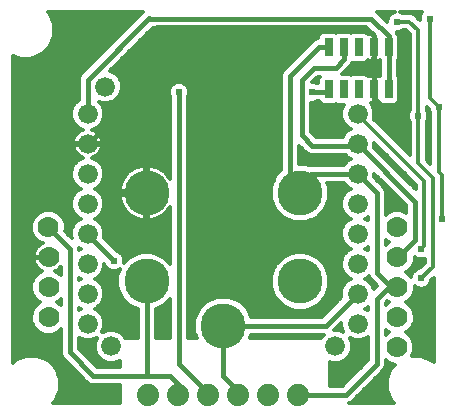
<source format=gbl>
G75*
%MOIN*%
%OFA0B0*%
%FSLAX25Y25*%
%IPPOS*%
%LPD*%
%AMOC8*
5,1,8,0,0,1.08239X$1,22.5*
%
%ADD10C,0.06600*%
%ADD11R,0.02600X0.05906*%
%ADD12C,0.07000*%
%ADD13C,0.15024*%
%ADD14C,0.07400*%
%ADD15C,0.01600*%
%ADD16C,0.01200*%
%ADD17C,0.02387*%
D10*
X0031246Y0032771D03*
X0039002Y0025222D03*
X0031246Y0042771D03*
X0031246Y0052771D03*
X0031246Y0062771D03*
X0031246Y0072771D03*
X0031246Y0082771D03*
X0031246Y0092771D03*
X0031246Y0102771D03*
X0037033Y0111836D03*
X0121246Y0102771D03*
X0121246Y0092771D03*
X0121246Y0082771D03*
X0121246Y0072771D03*
X0121246Y0062771D03*
X0121246Y0052771D03*
X0121246Y0042771D03*
X0121246Y0032771D03*
X0113805Y0025222D03*
D11*
X0111561Y0110852D03*
X0116561Y0110852D03*
X0121561Y0110852D03*
X0126561Y0110852D03*
X0131561Y0110852D03*
X0131561Y0124927D03*
X0126561Y0124927D03*
X0121561Y0124927D03*
X0116561Y0124927D03*
X0111561Y0124927D03*
D12*
X0134474Y0064868D03*
X0134474Y0054907D03*
X0134474Y0044907D03*
X0134474Y0034868D03*
X0134435Y0024868D03*
X0018175Y0034868D03*
X0018175Y0044907D03*
X0018175Y0054868D03*
X0018135Y0064907D03*
D13*
X0050813Y0076403D03*
X0050813Y0046876D03*
X0076403Y0032112D03*
X0101994Y0046876D03*
X0101994Y0076403D03*
D14*
X0101403Y0009021D03*
X0091403Y0009021D03*
X0081403Y0009021D03*
X0071403Y0009021D03*
X0061403Y0009021D03*
X0051403Y0009021D03*
D15*
X0050813Y0015380D02*
X0050813Y0046876D01*
X0039986Y0053765D02*
X0031246Y0062506D01*
X0031246Y0062771D01*
X0025222Y0057820D02*
X0018135Y0064907D01*
X0025222Y0057820D02*
X0025222Y0023254D01*
X0033096Y0015380D01*
X0050813Y0015380D01*
X0058687Y0015380D01*
X0061403Y0012663D01*
X0061403Y0009021D01*
X0071403Y0009553D02*
X0061639Y0019317D01*
X0061639Y0109868D01*
X0061764Y0109743D01*
X0050813Y0098204D02*
X0043746Y0105271D01*
X0043746Y0120990D01*
X0054277Y0131521D01*
X0123647Y0131521D01*
X0123746Y0131521D01*
X0126561Y0128706D01*
X0126561Y0124927D01*
X0126561Y0120662D01*
X0126561Y0110852D01*
X0126561Y0107939D01*
X0129553Y0104946D01*
X0131561Y0110852D02*
X0131561Y0124927D01*
X0131561Y0128529D01*
X0125616Y0134474D01*
X0051856Y0134474D01*
X0051777Y0134553D01*
X0031246Y0114021D01*
X0031246Y0102771D01*
X0030921Y0102771D01*
X0031246Y0092771D02*
X0043746Y0105271D01*
X0050813Y0098204D02*
X0050813Y0076403D01*
X0098746Y0082328D02*
X0098746Y0115271D01*
X0108401Y0124927D01*
X0111561Y0124927D01*
X0116561Y0124927D02*
X0116561Y0120861D01*
X0113844Y0118144D01*
X0106618Y0118144D01*
X0102496Y0114021D01*
X0102496Y0095586D01*
X0105931Y0092151D01*
X0120626Y0092151D01*
X0121246Y0092771D01*
X0121246Y0092584D01*
X0140380Y0073450D01*
X0140380Y0060655D01*
X0134474Y0054750D01*
X0134474Y0054907D01*
X0127584Y0049828D02*
X0127584Y0076403D01*
X0121246Y0082742D01*
X0121246Y0082771D02*
X0105685Y0082771D01*
X0101994Y0079080D01*
X0098746Y0082328D01*
X0101994Y0079080D02*
X0101994Y0076403D01*
X0121246Y0102771D02*
X0121039Y0102978D01*
X0111561Y0110852D02*
X0110576Y0109868D01*
X0105931Y0109868D01*
X0127584Y0049828D02*
X0132013Y0045399D01*
X0127584Y0040970D01*
X0127584Y0019317D01*
X0117289Y0009021D01*
X0101403Y0009021D01*
X0081403Y0009021D02*
X0081403Y0010380D01*
X0076403Y0015380D01*
X0076403Y0031694D01*
X0076821Y0032112D01*
X0076403Y0032112D01*
X0076821Y0032112D02*
X0110586Y0032112D01*
X0121246Y0042771D01*
X0132506Y0044907D02*
X0134474Y0044907D01*
D16*
X0020529Y0007196D02*
X0019533Y0006200D01*
X0041954Y0006200D01*
X0041954Y0012380D01*
X0032499Y0012380D01*
X0031397Y0012836D01*
X0023523Y0020710D01*
X0022679Y0021554D01*
X0022222Y0022657D01*
X0022222Y0030854D01*
X0021404Y0030035D01*
X0019309Y0029168D01*
X0017041Y0029168D01*
X0014946Y0030035D01*
X0013343Y0031639D01*
X0012475Y0033734D01*
X0012475Y0036002D01*
X0013343Y0038097D01*
X0014946Y0039700D01*
X0015399Y0039887D01*
X0014946Y0040075D01*
X0013343Y0041678D01*
X0012475Y0043773D01*
X0012475Y0046041D01*
X0013343Y0048136D01*
X0014946Y0049739D01*
X0016082Y0050210D01*
X0015502Y0050506D01*
X0014852Y0050978D01*
X0014285Y0051545D01*
X0013813Y0052195D01*
X0013448Y0052910D01*
X0013200Y0053673D01*
X0013075Y0054466D01*
X0013075Y0054582D01*
X0017889Y0054582D01*
X0017889Y0055154D01*
X0013075Y0055154D01*
X0013075Y0055269D01*
X0013200Y0056062D01*
X0013448Y0056825D01*
X0013813Y0057541D01*
X0014285Y0058190D01*
X0014852Y0058758D01*
X0015502Y0059230D01*
X0016150Y0059560D01*
X0014907Y0060075D01*
X0013303Y0061678D01*
X0012435Y0063773D01*
X0012435Y0066041D01*
X0013303Y0068136D01*
X0014907Y0069739D01*
X0017002Y0070607D01*
X0019269Y0070607D01*
X0021364Y0069739D01*
X0022968Y0068136D01*
X0023835Y0066041D01*
X0023835Y0063773D01*
X0023741Y0063544D01*
X0025843Y0061442D01*
X0025746Y0061677D01*
X0025746Y0063865D01*
X0026583Y0065887D01*
X0028130Y0067434D01*
X0028945Y0067771D01*
X0028130Y0068109D01*
X0026583Y0069656D01*
X0025746Y0071677D01*
X0025746Y0073865D01*
X0026583Y0075887D01*
X0028130Y0077434D01*
X0028945Y0077771D01*
X0028130Y0078109D01*
X0026583Y0079656D01*
X0025746Y0081677D01*
X0025746Y0083865D01*
X0026583Y0085887D01*
X0028130Y0087434D01*
X0029750Y0088105D01*
X0029365Y0088230D01*
X0028677Y0088580D01*
X0028054Y0089034D01*
X0027508Y0089579D01*
X0027055Y0090203D01*
X0026705Y0090890D01*
X0026466Y0091624D01*
X0026348Y0092371D01*
X0030846Y0092371D01*
X0030846Y0093171D01*
X0026348Y0093171D01*
X0026466Y0093919D01*
X0026705Y0094652D01*
X0027055Y0095339D01*
X0027508Y0095963D01*
X0028054Y0096509D01*
X0028677Y0096962D01*
X0029365Y0097312D01*
X0029750Y0097438D01*
X0028130Y0098109D01*
X0026583Y0099656D01*
X0025746Y0101677D01*
X0025746Y0103865D01*
X0026583Y0105887D01*
X0028130Y0107434D01*
X0028246Y0107482D01*
X0028246Y0114618D01*
X0028702Y0115721D01*
X0029546Y0116565D01*
X0029546Y0116565D01*
X0049234Y0136252D01*
X0049234Y0136252D01*
X0049746Y0136764D01*
X0017895Y0136764D01*
X0018579Y0136080D01*
X0020028Y0132580D01*
X0020028Y0128793D01*
X0018579Y0125293D01*
X0015901Y0122615D01*
X0012401Y0121165D01*
X0008613Y0121165D01*
X0006200Y0122165D01*
X0006200Y0019797D01*
X0007064Y0020661D01*
X0010564Y0022111D01*
X0014351Y0022111D01*
X0017851Y0020661D01*
X0020529Y0017983D01*
X0021979Y0014483D01*
X0021979Y0010695D01*
X0020529Y0007196D01*
X0020599Y0007365D02*
X0041954Y0007365D01*
X0041954Y0008563D02*
X0021096Y0008563D01*
X0021592Y0009762D02*
X0041954Y0009762D01*
X0041954Y0010960D02*
X0021979Y0010960D01*
X0021979Y0012159D02*
X0041954Y0012159D01*
X0041954Y0018380D02*
X0041954Y0020492D01*
X0040096Y0019722D01*
X0037908Y0019722D01*
X0035886Y0020559D01*
X0034339Y0022107D01*
X0033502Y0024128D01*
X0033502Y0026316D01*
X0034220Y0028050D01*
X0032340Y0027271D01*
X0030152Y0027271D01*
X0028222Y0028071D01*
X0028222Y0024496D01*
X0034339Y0018380D01*
X0041954Y0018380D01*
X0041954Y0019350D02*
X0033368Y0019350D01*
X0032170Y0020549D02*
X0035912Y0020549D01*
X0034698Y0021747D02*
X0030971Y0021747D01*
X0029773Y0022946D02*
X0033991Y0022946D01*
X0033502Y0024144D02*
X0028574Y0024144D01*
X0028222Y0025343D02*
X0033502Y0025343D01*
X0033595Y0026541D02*
X0028222Y0026541D01*
X0028222Y0027740D02*
X0029021Y0027740D01*
X0033470Y0027740D02*
X0034091Y0027740D01*
X0036027Y0029943D02*
X0036746Y0031677D01*
X0036746Y0033865D01*
X0035908Y0035887D01*
X0034361Y0037434D01*
X0033547Y0037771D01*
X0034361Y0038109D01*
X0035908Y0039656D01*
X0036746Y0041677D01*
X0036746Y0043865D01*
X0035908Y0045887D01*
X0034361Y0047434D01*
X0033547Y0047771D01*
X0034361Y0048109D01*
X0035908Y0049656D01*
X0036746Y0051677D01*
X0036746Y0052720D01*
X0037109Y0051843D01*
X0038063Y0050888D01*
X0039311Y0050372D01*
X0040661Y0050372D01*
X0041908Y0050888D01*
X0042001Y0050981D01*
X0041101Y0048807D01*
X0041101Y0044944D01*
X0042579Y0041374D01*
X0045311Y0038642D01*
X0047813Y0037606D01*
X0047813Y0028175D01*
X0043732Y0028175D01*
X0043664Y0028338D01*
X0042117Y0029885D01*
X0040096Y0030722D01*
X0037908Y0030722D01*
X0036027Y0029943D01*
X0036108Y0030137D02*
X0036494Y0030137D01*
X0036604Y0031335D02*
X0047813Y0031335D01*
X0047813Y0030137D02*
X0041509Y0030137D01*
X0043064Y0028938D02*
X0047813Y0028938D01*
X0047813Y0032534D02*
X0036746Y0032534D01*
X0036746Y0033732D02*
X0047813Y0033732D01*
X0047813Y0034931D02*
X0036304Y0034931D01*
X0035666Y0036129D02*
X0047813Y0036129D01*
X0047813Y0037328D02*
X0034467Y0037328D01*
X0034779Y0038526D02*
X0045591Y0038526D01*
X0044229Y0039725D02*
X0035937Y0039725D01*
X0036433Y0040923D02*
X0043030Y0040923D01*
X0042270Y0042122D02*
X0036746Y0042122D01*
X0036746Y0043320D02*
X0041773Y0043320D01*
X0041277Y0044519D02*
X0036475Y0044519D01*
X0035979Y0045717D02*
X0041101Y0045717D01*
X0041101Y0046916D02*
X0034879Y0046916D01*
X0034367Y0048114D02*
X0041101Y0048114D01*
X0041310Y0049313D02*
X0035565Y0049313D01*
X0036263Y0050511D02*
X0038973Y0050511D01*
X0040998Y0050511D02*
X0041807Y0050511D01*
X0043380Y0053177D02*
X0043380Y0054440D01*
X0042863Y0055688D01*
X0041908Y0056642D01*
X0040958Y0057036D01*
X0036620Y0061374D01*
X0036746Y0061677D01*
X0036746Y0063865D01*
X0035908Y0065887D01*
X0034361Y0067434D01*
X0033547Y0067771D01*
X0034361Y0068109D01*
X0035908Y0069656D01*
X0036746Y0071677D01*
X0036746Y0073865D01*
X0035908Y0075887D01*
X0034361Y0077434D01*
X0033547Y0077771D01*
X0034361Y0078109D01*
X0035908Y0079656D01*
X0036746Y0081677D01*
X0036746Y0083865D01*
X0035908Y0085887D01*
X0034361Y0087434D01*
X0032741Y0088105D01*
X0033127Y0088230D01*
X0033814Y0088580D01*
X0034438Y0089034D01*
X0034983Y0089579D01*
X0035437Y0090203D01*
X0035787Y0090890D01*
X0036025Y0091624D01*
X0036143Y0092371D01*
X0031646Y0092371D01*
X0031646Y0093171D01*
X0036143Y0093171D01*
X0036025Y0093919D01*
X0035787Y0094652D01*
X0035437Y0095339D01*
X0034983Y0095963D01*
X0034438Y0096509D01*
X0033814Y0096962D01*
X0033127Y0097312D01*
X0032741Y0097438D01*
X0034361Y0098109D01*
X0035908Y0099656D01*
X0036746Y0101677D01*
X0036746Y0103865D01*
X0035908Y0105887D01*
X0035119Y0106676D01*
X0035939Y0106336D01*
X0038127Y0106336D01*
X0040149Y0107174D01*
X0041696Y0108721D01*
X0042533Y0110742D01*
X0042533Y0112930D01*
X0041696Y0114952D01*
X0040149Y0116499D01*
X0038605Y0117138D01*
X0052941Y0131474D01*
X0124373Y0131474D01*
X0126368Y0129480D01*
X0125050Y0129480D01*
X0124643Y0129370D01*
X0124540Y0129311D01*
X0123772Y0130080D01*
X0119349Y0130080D01*
X0119061Y0129791D01*
X0118772Y0130080D01*
X0114349Y0130080D01*
X0114061Y0129791D01*
X0113772Y0130080D01*
X0109349Y0130080D01*
X0108061Y0128791D01*
X0108061Y0127927D01*
X0107804Y0127927D01*
X0106702Y0127470D01*
X0096202Y0116971D01*
X0095746Y0115868D01*
X0095746Y0083890D01*
X0093760Y0081904D01*
X0092282Y0078335D01*
X0092282Y0074471D01*
X0093760Y0070902D01*
X0096492Y0068170D01*
X0100062Y0066691D01*
X0103925Y0066691D01*
X0107495Y0068170D01*
X0110227Y0070902D01*
X0111705Y0074471D01*
X0111705Y0078335D01*
X0111111Y0079771D01*
X0116535Y0079771D01*
X0116583Y0079656D01*
X0118130Y0078109D01*
X0118945Y0077771D01*
X0118130Y0077434D01*
X0116583Y0075887D01*
X0115746Y0073865D01*
X0115746Y0071677D01*
X0116583Y0069656D01*
X0118130Y0068109D01*
X0118945Y0067771D01*
X0118130Y0067434D01*
X0116583Y0065887D01*
X0115746Y0063865D01*
X0115746Y0061677D01*
X0116583Y0059656D01*
X0118130Y0058109D01*
X0118945Y0057771D01*
X0118130Y0057434D01*
X0116583Y0055887D01*
X0115746Y0053865D01*
X0115746Y0051677D01*
X0116583Y0049656D01*
X0118130Y0048109D01*
X0118945Y0047771D01*
X0118130Y0047434D01*
X0116583Y0045887D01*
X0115746Y0043865D01*
X0115746Y0041677D01*
X0115794Y0041562D01*
X0109344Y0035112D01*
X0085672Y0035112D01*
X0084636Y0037613D01*
X0081904Y0040345D01*
X0078335Y0041824D01*
X0074471Y0041824D01*
X0070902Y0040345D01*
X0068170Y0037613D01*
X0066691Y0034044D01*
X0066691Y0030180D01*
X0067522Y0028175D01*
X0064639Y0028175D01*
X0064639Y0108242D01*
X0065033Y0109193D01*
X0065033Y0110543D01*
X0064516Y0111790D01*
X0063562Y0112745D01*
X0062314Y0113261D01*
X0060964Y0113261D01*
X0059717Y0112745D01*
X0058762Y0111790D01*
X0058246Y0110543D01*
X0058246Y0109193D01*
X0058639Y0108242D01*
X0058639Y0081070D01*
X0058405Y0081476D01*
X0057678Y0082424D01*
X0056833Y0083268D01*
X0055886Y0083996D01*
X0054851Y0084593D01*
X0053748Y0085050D01*
X0052594Y0085359D01*
X0051413Y0085515D01*
X0051413Y0077003D01*
X0050213Y0077003D01*
X0050213Y0085515D01*
X0049031Y0085359D01*
X0047877Y0085050D01*
X0046774Y0084593D01*
X0045739Y0083996D01*
X0044792Y0083268D01*
X0043947Y0082424D01*
X0043220Y0081476D01*
X0042623Y0080442D01*
X0042166Y0079338D01*
X0041857Y0078185D01*
X0041701Y0077003D01*
X0050213Y0077003D01*
X0050213Y0075803D01*
X0051413Y0075803D01*
X0051413Y0067292D01*
X0052594Y0067447D01*
X0053748Y0067756D01*
X0054851Y0068213D01*
X0055886Y0068811D01*
X0056833Y0069538D01*
X0057678Y0070382D01*
X0058405Y0071330D01*
X0058639Y0071736D01*
X0058639Y0052783D01*
X0056314Y0055109D01*
X0052744Y0056587D01*
X0048881Y0056587D01*
X0045311Y0055109D01*
X0043380Y0053177D01*
X0043380Y0054107D02*
X0044309Y0054107D01*
X0043021Y0055305D02*
X0045786Y0055305D01*
X0048679Y0056504D02*
X0042047Y0056504D01*
X0040291Y0057702D02*
X0058639Y0057702D01*
X0058639Y0056504D02*
X0052946Y0056504D01*
X0055839Y0055305D02*
X0058639Y0055305D01*
X0058639Y0054107D02*
X0057316Y0054107D01*
X0058514Y0052908D02*
X0058639Y0052908D01*
X0064639Y0052908D02*
X0094292Y0052908D01*
X0093760Y0052377D02*
X0092282Y0048807D01*
X0092282Y0044944D01*
X0093760Y0041374D01*
X0096492Y0038642D01*
X0100062Y0037164D01*
X0103925Y0037164D01*
X0107495Y0038642D01*
X0110227Y0041374D01*
X0111705Y0044944D01*
X0111705Y0048807D01*
X0110227Y0052377D01*
X0107495Y0055109D01*
X0103925Y0056587D01*
X0100062Y0056587D01*
X0096492Y0055109D01*
X0093760Y0052377D01*
X0093484Y0051710D02*
X0064639Y0051710D01*
X0064639Y0050511D02*
X0092988Y0050511D01*
X0092491Y0049313D02*
X0064639Y0049313D01*
X0064639Y0048114D02*
X0092282Y0048114D01*
X0092282Y0046916D02*
X0064639Y0046916D01*
X0064639Y0045717D02*
X0092282Y0045717D01*
X0092458Y0044519D02*
X0064639Y0044519D01*
X0064639Y0043320D02*
X0092954Y0043320D01*
X0093451Y0042122D02*
X0064639Y0042122D01*
X0064639Y0040923D02*
X0072298Y0040923D01*
X0070282Y0039725D02*
X0064639Y0039725D01*
X0064639Y0038526D02*
X0069083Y0038526D01*
X0068052Y0037328D02*
X0064639Y0037328D01*
X0064639Y0036129D02*
X0067555Y0036129D01*
X0067059Y0034931D02*
X0064639Y0034931D01*
X0064639Y0033732D02*
X0066691Y0033732D01*
X0066691Y0032534D02*
X0064639Y0032534D01*
X0064639Y0031335D02*
X0066691Y0031335D01*
X0066709Y0030137D02*
X0064639Y0030137D01*
X0064639Y0028938D02*
X0067206Y0028938D01*
X0058639Y0028938D02*
X0053813Y0028938D01*
X0053813Y0028175D02*
X0058639Y0028175D01*
X0058639Y0040968D01*
X0056314Y0038642D01*
X0053813Y0037606D01*
X0053813Y0028175D01*
X0053813Y0030137D02*
X0058639Y0030137D01*
X0058639Y0031335D02*
X0053813Y0031335D01*
X0053813Y0032534D02*
X0058639Y0032534D01*
X0058639Y0033732D02*
X0053813Y0033732D01*
X0053813Y0034931D02*
X0058639Y0034931D01*
X0058639Y0036129D02*
X0053813Y0036129D01*
X0053813Y0037328D02*
X0058639Y0037328D01*
X0058639Y0038526D02*
X0056034Y0038526D01*
X0057396Y0039725D02*
X0058639Y0039725D01*
X0058595Y0040923D02*
X0058639Y0040923D01*
X0064639Y0054107D02*
X0095490Y0054107D01*
X0096967Y0055305D02*
X0064639Y0055305D01*
X0064639Y0056504D02*
X0099860Y0056504D01*
X0104127Y0056504D02*
X0117200Y0056504D01*
X0116342Y0055305D02*
X0107020Y0055305D01*
X0108497Y0054107D02*
X0115846Y0054107D01*
X0115746Y0052908D02*
X0109695Y0052908D01*
X0110503Y0051710D02*
X0115746Y0051710D01*
X0116229Y0050511D02*
X0111000Y0050511D01*
X0111496Y0049313D02*
X0116926Y0049313D01*
X0118124Y0048114D02*
X0111705Y0048114D01*
X0111705Y0046916D02*
X0117612Y0046916D01*
X0116513Y0045717D02*
X0111705Y0045717D01*
X0111529Y0044519D02*
X0116016Y0044519D01*
X0115746Y0043320D02*
X0111033Y0043320D01*
X0110537Y0042122D02*
X0115746Y0042122D01*
X0115155Y0040923D02*
X0109776Y0040923D01*
X0108577Y0039725D02*
X0113957Y0039725D01*
X0112758Y0038526D02*
X0107215Y0038526D01*
X0104321Y0037328D02*
X0111560Y0037328D01*
X0110361Y0036129D02*
X0085251Y0036129D01*
X0084755Y0037328D02*
X0099666Y0037328D01*
X0096773Y0038526D02*
X0083723Y0038526D01*
X0082525Y0039725D02*
X0095410Y0039725D01*
X0094211Y0040923D02*
X0080509Y0040923D01*
X0085672Y0029112D02*
X0085284Y0028175D01*
X0109075Y0028175D01*
X0109142Y0028338D01*
X0109916Y0029112D01*
X0085672Y0029112D01*
X0085601Y0028938D02*
X0109743Y0028938D01*
X0113439Y0030722D02*
X0115746Y0033029D01*
X0115746Y0031677D01*
X0116399Y0030101D01*
X0114899Y0030722D01*
X0113439Y0030722D01*
X0114052Y0031335D02*
X0115887Y0031335D01*
X0115746Y0032534D02*
X0115251Y0032534D01*
X0116312Y0030137D02*
X0116384Y0030137D01*
X0118652Y0027893D02*
X0120152Y0027271D01*
X0122340Y0027271D01*
X0124361Y0028109D01*
X0124584Y0028332D01*
X0124584Y0020559D01*
X0116046Y0012021D01*
X0111836Y0012021D01*
X0111836Y0020084D01*
X0112711Y0019722D01*
X0114899Y0019722D01*
X0116920Y0020559D01*
X0118467Y0022107D01*
X0119305Y0024128D01*
X0119305Y0026316D01*
X0118652Y0027893D01*
X0118715Y0027740D02*
X0119021Y0027740D01*
X0119211Y0026541D02*
X0124584Y0026541D01*
X0124584Y0025343D02*
X0119305Y0025343D01*
X0119305Y0024144D02*
X0124584Y0024144D01*
X0124584Y0022946D02*
X0118815Y0022946D01*
X0118108Y0021747D02*
X0124584Y0021747D01*
X0124574Y0020549D02*
X0116894Y0020549D01*
X0111836Y0019350D02*
X0123375Y0019350D01*
X0122177Y0018152D02*
X0111836Y0018152D01*
X0111836Y0016953D02*
X0120978Y0016953D01*
X0119780Y0015755D02*
X0111836Y0015755D01*
X0111836Y0014556D02*
X0118581Y0014556D01*
X0117383Y0013358D02*
X0111836Y0013358D01*
X0111836Y0012159D02*
X0116184Y0012159D01*
X0121074Y0008563D02*
X0131772Y0008563D01*
X0132269Y0007365D02*
X0119875Y0007365D01*
X0119832Y0007322D02*
X0129284Y0016773D01*
X0130128Y0017617D01*
X0130584Y0018720D01*
X0130584Y0020657D01*
X0131206Y0020035D01*
X0133301Y0019168D01*
X0133524Y0019168D01*
X0132339Y0017983D01*
X0130889Y0014483D01*
X0130889Y0010695D01*
X0132339Y0007196D01*
X0133335Y0006200D01*
X0118317Y0006200D01*
X0118988Y0006478D01*
X0119832Y0007322D01*
X0122272Y0009762D02*
X0131276Y0009762D01*
X0130889Y0010960D02*
X0123471Y0010960D01*
X0124669Y0012159D02*
X0130889Y0012159D01*
X0130889Y0013358D02*
X0125868Y0013358D01*
X0127066Y0014556D02*
X0130919Y0014556D01*
X0131416Y0015755D02*
X0128265Y0015755D01*
X0129463Y0016953D02*
X0131912Y0016953D01*
X0132507Y0018152D02*
X0130349Y0018152D01*
X0130584Y0019350D02*
X0132861Y0019350D01*
X0130693Y0020549D02*
X0130584Y0020549D01*
X0124584Y0027740D02*
X0123470Y0027740D01*
X0130584Y0029078D02*
X0130584Y0030696D01*
X0131245Y0030035D01*
X0131631Y0029876D01*
X0131206Y0029700D01*
X0130584Y0029078D01*
X0130584Y0030137D02*
X0131144Y0030137D01*
X0137278Y0029860D02*
X0137703Y0030035D01*
X0139306Y0031639D01*
X0140174Y0033734D01*
X0140174Y0036002D01*
X0139306Y0038097D01*
X0137703Y0039700D01*
X0137250Y0039887D01*
X0137703Y0040075D01*
X0139306Y0041678D01*
X0140174Y0043773D01*
X0140174Y0045234D01*
X0140426Y0044983D01*
X0141673Y0044466D01*
X0143023Y0044466D01*
X0144270Y0044983D01*
X0145225Y0045937D01*
X0145742Y0047185D01*
X0145742Y0047294D01*
X0146606Y0048158D01*
X0146606Y0019858D01*
X0145804Y0020661D01*
X0142304Y0022111D01*
X0139462Y0022111D01*
X0140135Y0023734D01*
X0140135Y0026002D01*
X0139267Y0028097D01*
X0137663Y0029700D01*
X0137278Y0029860D01*
X0137804Y0030137D02*
X0146606Y0030137D01*
X0146606Y0031335D02*
X0139002Y0031335D01*
X0139677Y0032534D02*
X0146606Y0032534D01*
X0146606Y0033732D02*
X0140173Y0033732D01*
X0140174Y0034931D02*
X0146606Y0034931D01*
X0146606Y0036129D02*
X0140121Y0036129D01*
X0139625Y0037328D02*
X0146606Y0037328D01*
X0146606Y0038526D02*
X0138877Y0038526D01*
X0137643Y0039725D02*
X0146606Y0039725D01*
X0146606Y0040923D02*
X0138551Y0040923D01*
X0139490Y0042122D02*
X0146606Y0042122D01*
X0146606Y0043320D02*
X0139986Y0043320D01*
X0140174Y0044519D02*
X0141546Y0044519D01*
X0143150Y0044519D02*
X0146606Y0044519D01*
X0146606Y0045717D02*
X0145005Y0045717D01*
X0145630Y0046916D02*
X0146606Y0046916D01*
X0146562Y0048114D02*
X0146606Y0048114D01*
X0146285Y0051797D02*
X0142348Y0047860D01*
X0139277Y0049313D02*
X0138129Y0049313D01*
X0137703Y0049739D02*
X0137298Y0049907D01*
X0137703Y0050075D01*
X0139306Y0051678D01*
X0140174Y0053773D01*
X0140174Y0055077D01*
X0140426Y0054825D01*
X0141673Y0054309D01*
X0143023Y0054309D01*
X0143485Y0054500D01*
X0143485Y0052957D01*
X0141782Y0051254D01*
X0141673Y0051254D01*
X0140426Y0050737D01*
X0139471Y0049782D01*
X0138954Y0048535D01*
X0138954Y0048488D01*
X0137703Y0049739D01*
X0138139Y0050511D02*
X0140200Y0050511D01*
X0139319Y0051710D02*
X0142238Y0051710D01*
X0143437Y0052908D02*
X0139816Y0052908D01*
X0140174Y0054107D02*
X0143485Y0054107D01*
X0146285Y0051797D02*
X0146285Y0081324D01*
X0141364Y0086246D01*
X0141364Y0101994D01*
X0141364Y0130537D01*
X0138411Y0133490D01*
X0134474Y0133490D01*
X0134159Y0130096D02*
X0135149Y0130096D01*
X0136396Y0130613D01*
X0136473Y0130690D01*
X0137251Y0130690D01*
X0138564Y0129377D01*
X0138564Y0103993D01*
X0138487Y0103916D01*
X0137970Y0102669D01*
X0137970Y0101319D01*
X0138487Y0100071D01*
X0138564Y0099994D01*
X0138564Y0089068D01*
X0126514Y0101118D01*
X0126746Y0101677D01*
X0126746Y0103865D01*
X0125908Y0105887D01*
X0125496Y0106299D01*
X0126511Y0106299D01*
X0126511Y0110802D01*
X0126611Y0110802D01*
X0126611Y0106299D01*
X0128071Y0106299D01*
X0128478Y0106408D01*
X0128581Y0106468D01*
X0129349Y0105699D01*
X0133772Y0105699D01*
X0135061Y0106988D01*
X0135061Y0114716D01*
X0134561Y0115216D01*
X0134561Y0120563D01*
X0135061Y0121063D01*
X0135061Y0128791D01*
X0134444Y0129407D01*
X0134159Y0130096D01*
X0134359Y0129613D02*
X0138328Y0129613D01*
X0138564Y0128415D02*
X0135061Y0128415D01*
X0135061Y0127216D02*
X0138564Y0127216D01*
X0138564Y0126018D02*
X0135061Y0126018D01*
X0135061Y0124819D02*
X0138564Y0124819D01*
X0138564Y0123621D02*
X0135061Y0123621D01*
X0135061Y0122422D02*
X0138564Y0122422D01*
X0138564Y0121224D02*
X0135061Y0121224D01*
X0134561Y0120025D02*
X0138564Y0120025D01*
X0138564Y0118827D02*
X0134561Y0118827D01*
X0134561Y0117628D02*
X0138564Y0117628D01*
X0138564Y0116429D02*
X0134561Y0116429D01*
X0134561Y0115231D02*
X0138564Y0115231D01*
X0138564Y0114032D02*
X0135061Y0114032D01*
X0135061Y0112834D02*
X0138564Y0112834D01*
X0138564Y0111635D02*
X0135061Y0111635D01*
X0135061Y0110437D02*
X0138564Y0110437D01*
X0138564Y0109238D02*
X0135061Y0109238D01*
X0135061Y0108040D02*
X0138564Y0108040D01*
X0138564Y0106841D02*
X0134914Y0106841D01*
X0138564Y0105643D02*
X0126009Y0105643D01*
X0126506Y0104444D02*
X0138564Y0104444D01*
X0138209Y0103246D02*
X0126746Y0103246D01*
X0126746Y0102047D02*
X0137970Y0102047D01*
X0138165Y0100849D02*
X0126783Y0100849D01*
X0127982Y0099650D02*
X0138564Y0099650D01*
X0138564Y0098452D02*
X0129180Y0098452D01*
X0130379Y0097253D02*
X0138564Y0097253D01*
X0138564Y0096055D02*
X0131577Y0096055D01*
X0132776Y0094856D02*
X0138564Y0094856D01*
X0138564Y0093658D02*
X0133974Y0093658D01*
X0135173Y0092459D02*
X0138564Y0092459D01*
X0138564Y0091261D02*
X0136371Y0091261D01*
X0137570Y0090062D02*
X0138564Y0090062D01*
X0133246Y0086467D02*
X0131606Y0086467D01*
X0132047Y0087665D02*
X0130407Y0087665D01*
X0130849Y0088864D02*
X0129209Y0088864D01*
X0129650Y0090062D02*
X0128010Y0090062D01*
X0128452Y0091261D02*
X0126812Y0091261D01*
X0126643Y0091430D02*
X0126746Y0091677D01*
X0126746Y0092967D01*
X0140532Y0079180D01*
X0140532Y0077540D01*
X0126643Y0091430D01*
X0126746Y0092459D02*
X0127253Y0092459D01*
X0132804Y0085268D02*
X0134444Y0085268D01*
X0134003Y0084070D02*
X0135643Y0084070D01*
X0135201Y0082871D02*
X0136841Y0082871D01*
X0136400Y0081673D02*
X0138040Y0081673D01*
X0137598Y0080474D02*
X0139239Y0080474D01*
X0138797Y0079276D02*
X0140437Y0079276D01*
X0140532Y0078077D02*
X0139995Y0078077D01*
X0143332Y0080340D02*
X0143332Y0058687D01*
X0142348Y0057702D01*
X0149238Y0067545D02*
X0149238Y0082309D01*
X0148254Y0083293D01*
X0148254Y0104946D01*
X0145313Y0107887D01*
X0145313Y0134486D01*
X0142791Y0136764D02*
X0142435Y0136408D01*
X0141919Y0135161D01*
X0141919Y0133942D01*
X0139997Y0135863D01*
X0138968Y0136290D01*
X0136473Y0136290D01*
X0136396Y0136367D01*
X0135438Y0136764D01*
X0142791Y0136764D01*
X0142103Y0135606D02*
X0140255Y0135606D01*
X0141453Y0134407D02*
X0141919Y0134407D01*
X0133510Y0136764D02*
X0132552Y0136367D01*
X0131597Y0135412D01*
X0131080Y0134165D01*
X0131080Y0133252D01*
X0128159Y0136173D01*
X0127569Y0136764D01*
X0133510Y0136764D01*
X0131791Y0135606D02*
X0128727Y0135606D01*
X0129925Y0134407D02*
X0131181Y0134407D01*
X0125035Y0130812D02*
X0052279Y0130812D01*
X0051080Y0129613D02*
X0108883Y0129613D01*
X0108061Y0128415D02*
X0049882Y0128415D01*
X0048683Y0127216D02*
X0106448Y0127216D01*
X0105249Y0126018D02*
X0047485Y0126018D01*
X0046286Y0124819D02*
X0104051Y0124819D01*
X0102852Y0123621D02*
X0045088Y0123621D01*
X0043889Y0122422D02*
X0101654Y0122422D01*
X0100455Y0121224D02*
X0042691Y0121224D01*
X0041492Y0120025D02*
X0099257Y0120025D01*
X0098058Y0118827D02*
X0040294Y0118827D01*
X0039095Y0117628D02*
X0096860Y0117628D01*
X0095978Y0116429D02*
X0040218Y0116429D01*
X0041416Y0115231D02*
X0095746Y0115231D01*
X0095746Y0114032D02*
X0042077Y0114032D01*
X0042533Y0112834D02*
X0059932Y0112834D01*
X0058698Y0111635D02*
X0042533Y0111635D01*
X0042407Y0110437D02*
X0058246Y0110437D01*
X0058246Y0109238D02*
X0041910Y0109238D01*
X0041015Y0108040D02*
X0058639Y0108040D01*
X0058639Y0106841D02*
X0039347Y0106841D01*
X0036009Y0105643D02*
X0058639Y0105643D01*
X0058639Y0104444D02*
X0036506Y0104444D01*
X0036746Y0103246D02*
X0058639Y0103246D01*
X0058639Y0102047D02*
X0036746Y0102047D01*
X0036403Y0100849D02*
X0058639Y0100849D01*
X0058639Y0099650D02*
X0035903Y0099650D01*
X0034704Y0098452D02*
X0058639Y0098452D01*
X0058639Y0097253D02*
X0033242Y0097253D01*
X0034892Y0096055D02*
X0058639Y0096055D01*
X0058639Y0094856D02*
X0035683Y0094856D01*
X0036066Y0093658D02*
X0058639Y0093658D01*
X0058639Y0092459D02*
X0031646Y0092459D01*
X0030846Y0092459D02*
X0006200Y0092459D01*
X0006200Y0091261D02*
X0026584Y0091261D01*
X0027157Y0090062D02*
X0006200Y0090062D01*
X0006200Y0088864D02*
X0028288Y0088864D01*
X0028689Y0087665D02*
X0006200Y0087665D01*
X0006200Y0086467D02*
X0027163Y0086467D01*
X0026327Y0085268D02*
X0006200Y0085268D01*
X0006200Y0084070D02*
X0025830Y0084070D01*
X0025746Y0082871D02*
X0006200Y0082871D01*
X0006200Y0081673D02*
X0025748Y0081673D01*
X0026244Y0080474D02*
X0006200Y0080474D01*
X0006200Y0079276D02*
X0026963Y0079276D01*
X0028206Y0078077D02*
X0006200Y0078077D01*
X0006200Y0076879D02*
X0027575Y0076879D01*
X0026497Y0075680D02*
X0006200Y0075680D01*
X0006200Y0074482D02*
X0026001Y0074482D01*
X0025746Y0073283D02*
X0006200Y0073283D01*
X0006200Y0072085D02*
X0025746Y0072085D01*
X0026073Y0070886D02*
X0006200Y0070886D01*
X0006200Y0069688D02*
X0014855Y0069688D01*
X0013656Y0068489D02*
X0006200Y0068489D01*
X0006200Y0067291D02*
X0012953Y0067291D01*
X0012457Y0066092D02*
X0006200Y0066092D01*
X0006200Y0064893D02*
X0012435Y0064893D01*
X0012468Y0063695D02*
X0006200Y0063695D01*
X0006200Y0062496D02*
X0012964Y0062496D01*
X0013684Y0061298D02*
X0006200Y0061298D01*
X0006200Y0060099D02*
X0014882Y0060099D01*
X0015049Y0058901D02*
X0006200Y0058901D01*
X0006200Y0057702D02*
X0013930Y0057702D01*
X0013344Y0056504D02*
X0006200Y0056504D01*
X0006200Y0055305D02*
X0013081Y0055305D01*
X0013132Y0054107D02*
X0006200Y0054107D01*
X0006200Y0052908D02*
X0013449Y0052908D01*
X0014165Y0051710D02*
X0006200Y0051710D01*
X0006200Y0050511D02*
X0015494Y0050511D01*
X0014520Y0049313D02*
X0006200Y0049313D01*
X0006200Y0048114D02*
X0013334Y0048114D01*
X0012837Y0046916D02*
X0006200Y0046916D01*
X0006200Y0045717D02*
X0012475Y0045717D01*
X0012475Y0044519D02*
X0006200Y0044519D01*
X0006200Y0043320D02*
X0012662Y0043320D01*
X0013159Y0042122D02*
X0006200Y0042122D01*
X0006200Y0040923D02*
X0014098Y0040923D01*
X0015006Y0039725D02*
X0006200Y0039725D01*
X0006200Y0038526D02*
X0013772Y0038526D01*
X0013024Y0037328D02*
X0006200Y0037328D01*
X0006200Y0036129D02*
X0012528Y0036129D01*
X0012475Y0034931D02*
X0006200Y0034931D01*
X0006200Y0033732D02*
X0012476Y0033732D01*
X0012972Y0032534D02*
X0006200Y0032534D01*
X0006200Y0031335D02*
X0013646Y0031335D01*
X0014845Y0030137D02*
X0006200Y0030137D01*
X0006200Y0028938D02*
X0022222Y0028938D01*
X0022222Y0027740D02*
X0006200Y0027740D01*
X0006200Y0026541D02*
X0022222Y0026541D01*
X0022222Y0025343D02*
X0006200Y0025343D01*
X0006200Y0024144D02*
X0022222Y0024144D01*
X0022222Y0022946D02*
X0006200Y0022946D01*
X0006200Y0021747D02*
X0009686Y0021747D01*
X0006952Y0020549D02*
X0006200Y0020549D01*
X0015229Y0021747D02*
X0022599Y0021747D01*
X0023684Y0020549D02*
X0017963Y0020549D01*
X0019162Y0019350D02*
X0024883Y0019350D01*
X0026081Y0018152D02*
X0020360Y0018152D01*
X0020956Y0016953D02*
X0027280Y0016953D01*
X0028478Y0015755D02*
X0021452Y0015755D01*
X0021949Y0014556D02*
X0029677Y0014556D01*
X0030875Y0013358D02*
X0021979Y0013358D01*
X0022222Y0030137D02*
X0021505Y0030137D01*
X0028222Y0037472D02*
X0028222Y0038071D01*
X0028945Y0037771D01*
X0028222Y0037472D01*
X0022222Y0038881D02*
X0021404Y0039700D01*
X0020951Y0039887D01*
X0021404Y0040075D01*
X0022222Y0040893D01*
X0022222Y0038881D01*
X0022222Y0039725D02*
X0021344Y0039725D01*
X0028222Y0047472D02*
X0028222Y0048071D01*
X0028945Y0047771D01*
X0028222Y0047472D01*
X0022222Y0048921D02*
X0022222Y0051762D01*
X0022065Y0051545D01*
X0021497Y0050978D01*
X0020848Y0050506D01*
X0020267Y0050210D01*
X0021404Y0049739D01*
X0022222Y0048921D01*
X0022222Y0049313D02*
X0021830Y0049313D01*
X0022222Y0050511D02*
X0020855Y0050511D01*
X0022184Y0051710D02*
X0022222Y0051710D01*
X0028222Y0057472D02*
X0028222Y0058071D01*
X0028945Y0057771D01*
X0028222Y0057472D01*
X0028222Y0057702D02*
X0028778Y0057702D01*
X0025746Y0062496D02*
X0024789Y0062496D01*
X0025746Y0063695D02*
X0023803Y0063695D01*
X0023835Y0064893D02*
X0026172Y0064893D01*
X0026788Y0066092D02*
X0023814Y0066092D01*
X0023318Y0067291D02*
X0027987Y0067291D01*
X0027750Y0068489D02*
X0022615Y0068489D01*
X0021416Y0069688D02*
X0026570Y0069688D01*
X0034742Y0068489D02*
X0046297Y0068489D01*
X0046774Y0068213D02*
X0047877Y0067756D01*
X0049031Y0067447D01*
X0050213Y0067292D01*
X0050213Y0075803D01*
X0041701Y0075803D01*
X0041857Y0074622D01*
X0042166Y0073468D01*
X0042623Y0072364D01*
X0043220Y0071330D01*
X0043947Y0070382D01*
X0044792Y0069538D01*
X0045739Y0068811D01*
X0046774Y0068213D01*
X0044642Y0069688D02*
X0035921Y0069688D01*
X0036418Y0070886D02*
X0043561Y0070886D01*
X0042785Y0072085D02*
X0036746Y0072085D01*
X0036746Y0073283D02*
X0042242Y0073283D01*
X0041894Y0074482D02*
X0036490Y0074482D01*
X0035994Y0075680D02*
X0041717Y0075680D01*
X0041843Y0078077D02*
X0034285Y0078077D01*
X0034916Y0076879D02*
X0050213Y0076879D01*
X0050213Y0078077D02*
X0051413Y0078077D01*
X0051413Y0079276D02*
X0050213Y0079276D01*
X0050213Y0080474D02*
X0051413Y0080474D01*
X0051413Y0081673D02*
X0050213Y0081673D01*
X0050213Y0082871D02*
X0051413Y0082871D01*
X0051413Y0084070D02*
X0050213Y0084070D01*
X0050213Y0085268D02*
X0051413Y0085268D01*
X0052933Y0085268D02*
X0058639Y0085268D01*
X0058639Y0084070D02*
X0055757Y0084070D01*
X0057231Y0082871D02*
X0058639Y0082871D01*
X0058639Y0081673D02*
X0058254Y0081673D01*
X0058639Y0086467D02*
X0035328Y0086467D01*
X0036165Y0085268D02*
X0048692Y0085268D01*
X0045868Y0084070D02*
X0036661Y0084070D01*
X0036746Y0082871D02*
X0044395Y0082871D01*
X0043371Y0081673D02*
X0036744Y0081673D01*
X0036247Y0080474D02*
X0042642Y0080474D01*
X0042149Y0079276D02*
X0035528Y0079276D01*
X0033803Y0087665D02*
X0058639Y0087665D01*
X0058639Y0088864D02*
X0034204Y0088864D01*
X0035334Y0090062D02*
X0058639Y0090062D01*
X0058639Y0091261D02*
X0035907Y0091261D01*
X0029249Y0097253D02*
X0006200Y0097253D01*
X0006200Y0096055D02*
X0027600Y0096055D01*
X0026809Y0094856D02*
X0006200Y0094856D01*
X0006200Y0093658D02*
X0026425Y0093658D01*
X0027787Y0098452D02*
X0006200Y0098452D01*
X0006200Y0099650D02*
X0026588Y0099650D01*
X0026089Y0100849D02*
X0006200Y0100849D01*
X0006200Y0102047D02*
X0025746Y0102047D01*
X0025746Y0103246D02*
X0006200Y0103246D01*
X0006200Y0104444D02*
X0025986Y0104444D01*
X0026482Y0105643D02*
X0006200Y0105643D01*
X0006200Y0106841D02*
X0027538Y0106841D01*
X0028246Y0108040D02*
X0006200Y0108040D01*
X0006200Y0109238D02*
X0028246Y0109238D01*
X0028246Y0110437D02*
X0006200Y0110437D01*
X0006200Y0111635D02*
X0028246Y0111635D01*
X0028246Y0112834D02*
X0006200Y0112834D01*
X0006200Y0114032D02*
X0028246Y0114032D01*
X0028500Y0115231D02*
X0006200Y0115231D01*
X0006200Y0116429D02*
X0029411Y0116429D01*
X0030610Y0117628D02*
X0006200Y0117628D01*
X0006200Y0118827D02*
X0031808Y0118827D01*
X0033007Y0120025D02*
X0006200Y0120025D01*
X0006200Y0121224D02*
X0008472Y0121224D01*
X0012542Y0121224D02*
X0034205Y0121224D01*
X0035404Y0122422D02*
X0015435Y0122422D01*
X0016906Y0123621D02*
X0036602Y0123621D01*
X0037801Y0124819D02*
X0018105Y0124819D01*
X0018879Y0126018D02*
X0038999Y0126018D01*
X0040198Y0127216D02*
X0019375Y0127216D01*
X0019872Y0128415D02*
X0041396Y0128415D01*
X0042595Y0129613D02*
X0020028Y0129613D01*
X0020028Y0130812D02*
X0043793Y0130812D01*
X0044992Y0132010D02*
X0020028Y0132010D01*
X0019768Y0133209D02*
X0046190Y0133209D01*
X0047389Y0134407D02*
X0019272Y0134407D01*
X0018775Y0135606D02*
X0048587Y0135606D01*
X0063346Y0112834D02*
X0095746Y0112834D01*
X0095746Y0111635D02*
X0064580Y0111635D01*
X0065033Y0110437D02*
X0095746Y0110437D01*
X0095746Y0109238D02*
X0065033Y0109238D01*
X0064639Y0108040D02*
X0095746Y0108040D01*
X0095746Y0106841D02*
X0064639Y0106841D01*
X0064639Y0105643D02*
X0095746Y0105643D01*
X0095746Y0104444D02*
X0064639Y0104444D01*
X0064639Y0103246D02*
X0095746Y0103246D01*
X0095746Y0102047D02*
X0064639Y0102047D01*
X0064639Y0100849D02*
X0095746Y0100849D01*
X0095746Y0099650D02*
X0064639Y0099650D01*
X0064639Y0098452D02*
X0095746Y0098452D01*
X0095746Y0097253D02*
X0064639Y0097253D01*
X0064639Y0096055D02*
X0095746Y0096055D01*
X0095746Y0094856D02*
X0064639Y0094856D01*
X0064639Y0093658D02*
X0095746Y0093658D01*
X0095746Y0092459D02*
X0064639Y0092459D01*
X0064639Y0091261D02*
X0095746Y0091261D01*
X0095746Y0090062D02*
X0064639Y0090062D01*
X0064639Y0088864D02*
X0095746Y0088864D01*
X0095746Y0087665D02*
X0064639Y0087665D01*
X0064639Y0086467D02*
X0095746Y0086467D01*
X0095746Y0085268D02*
X0064639Y0085268D01*
X0064639Y0084070D02*
X0095746Y0084070D01*
X0094727Y0082871D02*
X0064639Y0082871D01*
X0064639Y0081673D02*
X0093664Y0081673D01*
X0093168Y0080474D02*
X0064639Y0080474D01*
X0064639Y0079276D02*
X0092672Y0079276D01*
X0092282Y0078077D02*
X0064639Y0078077D01*
X0064639Y0076879D02*
X0092282Y0076879D01*
X0092282Y0075680D02*
X0064639Y0075680D01*
X0064639Y0074482D02*
X0092282Y0074482D01*
X0092774Y0073283D02*
X0064639Y0073283D01*
X0064639Y0072085D02*
X0093271Y0072085D01*
X0093776Y0070886D02*
X0064639Y0070886D01*
X0064639Y0069688D02*
X0094975Y0069688D01*
X0096173Y0068489D02*
X0064639Y0068489D01*
X0064639Y0067291D02*
X0098615Y0067291D01*
X0105372Y0067291D02*
X0117987Y0067291D01*
X0117750Y0068489D02*
X0107814Y0068489D01*
X0109013Y0069688D02*
X0116570Y0069688D01*
X0116073Y0070886D02*
X0110211Y0070886D01*
X0110717Y0072085D02*
X0115746Y0072085D01*
X0115746Y0073283D02*
X0111213Y0073283D01*
X0111705Y0074482D02*
X0116001Y0074482D01*
X0116497Y0075680D02*
X0111705Y0075680D01*
X0111705Y0076879D02*
X0117575Y0076879D01*
X0118206Y0078077D02*
X0111705Y0078077D01*
X0111316Y0079276D02*
X0116963Y0079276D01*
X0121246Y0082742D02*
X0121246Y0082771D01*
X0117163Y0086467D02*
X0101746Y0086467D01*
X0101746Y0086115D02*
X0101746Y0092094D01*
X0103387Y0090452D01*
X0104231Y0089608D01*
X0105334Y0089151D01*
X0117088Y0089151D01*
X0118130Y0088109D01*
X0118945Y0087771D01*
X0118130Y0087434D01*
X0116583Y0085887D01*
X0116535Y0085771D01*
X0105088Y0085771D01*
X0104922Y0085702D01*
X0103925Y0086115D01*
X0101746Y0086115D01*
X0101746Y0087665D02*
X0118689Y0087665D01*
X0117375Y0088864D02*
X0101746Y0088864D01*
X0101746Y0090062D02*
X0103777Y0090062D01*
X0102578Y0091261D02*
X0101746Y0091261D01*
X0107173Y0095151D02*
X0105496Y0096829D01*
X0105496Y0106474D01*
X0106606Y0106474D01*
X0107556Y0106868D01*
X0108181Y0106868D01*
X0109349Y0105699D01*
X0113772Y0105699D01*
X0114061Y0105988D01*
X0114349Y0105699D01*
X0116505Y0105699D01*
X0115746Y0103865D01*
X0115746Y0101677D01*
X0116583Y0099656D01*
X0118130Y0098109D01*
X0118945Y0097771D01*
X0118130Y0097434D01*
X0116583Y0095887D01*
X0116278Y0095151D01*
X0107173Y0095151D01*
X0106270Y0096055D02*
X0116751Y0096055D01*
X0117950Y0097253D02*
X0105496Y0097253D01*
X0105496Y0098452D02*
X0117787Y0098452D01*
X0116588Y0099650D02*
X0105496Y0099650D01*
X0105496Y0100849D02*
X0116089Y0100849D01*
X0115746Y0102047D02*
X0105496Y0102047D01*
X0105496Y0103246D02*
X0115746Y0103246D01*
X0115986Y0104444D02*
X0105496Y0104444D01*
X0105496Y0105643D02*
X0116482Y0105643D01*
X0121246Y0102771D02*
X0121246Y0102427D01*
X0143332Y0080340D01*
X0145454Y0086116D02*
X0144164Y0087405D01*
X0144164Y0099994D01*
X0144241Y0100071D01*
X0144757Y0101319D01*
X0144757Y0102669D01*
X0144241Y0103916D01*
X0144164Y0103993D01*
X0144164Y0105076D01*
X0144860Y0104380D01*
X0144860Y0104271D01*
X0145377Y0103024D01*
X0145454Y0102947D01*
X0145454Y0086116D01*
X0145454Y0086467D02*
X0145103Y0086467D01*
X0145454Y0087665D02*
X0144164Y0087665D01*
X0144164Y0088864D02*
X0145454Y0088864D01*
X0145454Y0090062D02*
X0144164Y0090062D01*
X0144164Y0091261D02*
X0145454Y0091261D01*
X0145454Y0092459D02*
X0144164Y0092459D01*
X0144164Y0093658D02*
X0145454Y0093658D01*
X0145454Y0094856D02*
X0144164Y0094856D01*
X0144164Y0096055D02*
X0145454Y0096055D01*
X0145454Y0097253D02*
X0144164Y0097253D01*
X0144164Y0098452D02*
X0145454Y0098452D01*
X0145454Y0099650D02*
X0144164Y0099650D01*
X0144563Y0100849D02*
X0145454Y0100849D01*
X0145454Y0102047D02*
X0144757Y0102047D01*
X0144518Y0103246D02*
X0145285Y0103246D01*
X0144796Y0104444D02*
X0144164Y0104444D01*
X0128561Y0115248D02*
X0128478Y0115296D01*
X0128071Y0115405D01*
X0126611Y0115405D01*
X0126611Y0110902D01*
X0126511Y0110902D01*
X0126511Y0115405D01*
X0125050Y0115405D01*
X0124643Y0115296D01*
X0124540Y0115236D01*
X0123772Y0116005D01*
X0119349Y0116005D01*
X0119061Y0115716D01*
X0118772Y0116005D01*
X0115947Y0116005D01*
X0116387Y0116445D01*
X0119104Y0119161D01*
X0119358Y0119774D01*
X0123772Y0119774D01*
X0124540Y0120542D01*
X0124643Y0120483D01*
X0125050Y0120374D01*
X0126511Y0120374D01*
X0126511Y0124877D01*
X0126611Y0124877D01*
X0126611Y0120374D01*
X0128071Y0120374D01*
X0128478Y0120483D01*
X0128561Y0120531D01*
X0128561Y0115248D01*
X0128561Y0116429D02*
X0116372Y0116429D01*
X0117571Y0117628D02*
X0128561Y0117628D01*
X0128561Y0118827D02*
X0118769Y0118827D01*
X0124023Y0120025D02*
X0128561Y0120025D01*
X0126611Y0121224D02*
X0126511Y0121224D01*
X0126511Y0122422D02*
X0126611Y0122422D01*
X0126611Y0123621D02*
X0126511Y0123621D01*
X0126511Y0124819D02*
X0126611Y0124819D01*
X0126611Y0124977D02*
X0126611Y0129236D01*
X0126511Y0129337D01*
X0126511Y0124977D01*
X0126611Y0124977D01*
X0126611Y0126018D02*
X0126511Y0126018D01*
X0126511Y0127216D02*
X0126611Y0127216D01*
X0126611Y0128415D02*
X0126511Y0128415D01*
X0126462Y0128706D02*
X0123647Y0131521D01*
X0124238Y0129613D02*
X0126234Y0129613D01*
X0126462Y0128706D02*
X0126561Y0128706D01*
X0126511Y0115231D02*
X0126611Y0115231D01*
X0126611Y0114032D02*
X0126511Y0114032D01*
X0126511Y0112834D02*
X0126611Y0112834D01*
X0126611Y0111635D02*
X0126511Y0111635D01*
X0126511Y0110437D02*
X0126611Y0110437D01*
X0126611Y0109238D02*
X0126511Y0109238D01*
X0126511Y0108040D02*
X0126611Y0108040D01*
X0126611Y0106841D02*
X0126511Y0106841D01*
X0108207Y0106841D02*
X0107493Y0106841D01*
X0107556Y0112868D02*
X0106606Y0113261D01*
X0105978Y0113261D01*
X0107861Y0115144D01*
X0108489Y0115144D01*
X0108061Y0114716D01*
X0108061Y0112868D01*
X0107556Y0112868D01*
X0108061Y0114032D02*
X0106749Y0114032D01*
X0126746Y0082842D02*
X0137380Y0072208D01*
X0137380Y0069834D01*
X0135608Y0070568D01*
X0133340Y0070568D01*
X0131245Y0069700D01*
X0130584Y0069039D01*
X0130584Y0077000D01*
X0130128Y0078103D01*
X0129284Y0078946D01*
X0126689Y0081541D01*
X0126746Y0081677D01*
X0126746Y0082842D01*
X0126744Y0081673D02*
X0127915Y0081673D01*
X0127756Y0080474D02*
X0129113Y0080474D01*
X0128954Y0079276D02*
X0130312Y0079276D01*
X0130138Y0078077D02*
X0131510Y0078077D01*
X0130584Y0076879D02*
X0132709Y0076879D01*
X0133907Y0075680D02*
X0130584Y0075680D01*
X0130584Y0074482D02*
X0135106Y0074482D01*
X0136304Y0073283D02*
X0130584Y0073283D01*
X0130584Y0072085D02*
X0137380Y0072085D01*
X0137380Y0070886D02*
X0130584Y0070886D01*
X0130584Y0069688D02*
X0131233Y0069688D01*
X0124584Y0068332D02*
X0124584Y0067211D01*
X0124361Y0067434D01*
X0123547Y0067771D01*
X0124361Y0068109D01*
X0124584Y0068332D01*
X0124584Y0067291D02*
X0124505Y0067291D01*
X0130584Y0060696D02*
X0131245Y0060035D01*
X0131603Y0059887D01*
X0131245Y0059739D01*
X0130584Y0059078D01*
X0130584Y0060696D01*
X0130584Y0060099D02*
X0131181Y0060099D01*
X0124584Y0058332D02*
X0124584Y0057211D01*
X0124361Y0057434D01*
X0123547Y0057771D01*
X0124361Y0058109D01*
X0124584Y0058332D01*
X0124584Y0057702D02*
X0123713Y0057702D01*
X0118778Y0057702D02*
X0064639Y0057702D01*
X0064639Y0058901D02*
X0117338Y0058901D01*
X0116399Y0060099D02*
X0064639Y0060099D01*
X0064639Y0061298D02*
X0115903Y0061298D01*
X0115746Y0062496D02*
X0064639Y0062496D01*
X0064639Y0063695D02*
X0115746Y0063695D01*
X0116172Y0064893D02*
X0064639Y0064893D01*
X0064639Y0066092D02*
X0116788Y0066092D01*
X0124848Y0048595D02*
X0125041Y0048129D01*
X0125885Y0047285D01*
X0127771Y0045399D01*
X0126597Y0044225D01*
X0125908Y0045887D01*
X0124361Y0047434D01*
X0123547Y0047771D01*
X0124361Y0048109D01*
X0124848Y0048595D01*
X0125056Y0048114D02*
X0124367Y0048114D01*
X0124879Y0046916D02*
X0126254Y0046916D01*
X0125979Y0045717D02*
X0127453Y0045717D01*
X0126890Y0044519D02*
X0126475Y0044519D01*
X0131088Y0040232D02*
X0131245Y0040075D01*
X0131698Y0039887D01*
X0131245Y0039700D01*
X0130584Y0039039D01*
X0130584Y0039727D01*
X0131088Y0040232D01*
X0131305Y0039725D02*
X0130584Y0039725D01*
X0132506Y0044907D02*
X0132013Y0045399D01*
X0124584Y0038332D02*
X0124584Y0037211D01*
X0124361Y0037434D01*
X0123547Y0037771D01*
X0124361Y0038109D01*
X0124584Y0038332D01*
X0124584Y0037328D02*
X0124467Y0037328D01*
X0138425Y0028938D02*
X0146606Y0028938D01*
X0146606Y0027740D02*
X0139415Y0027740D01*
X0139911Y0026541D02*
X0146606Y0026541D01*
X0146606Y0025343D02*
X0140135Y0025343D01*
X0140135Y0024144D02*
X0146606Y0024144D01*
X0146606Y0022946D02*
X0139808Y0022946D01*
X0143182Y0021747D02*
X0146606Y0021747D01*
X0146606Y0020549D02*
X0145916Y0020549D01*
X0058639Y0058901D02*
X0039093Y0058901D01*
X0037894Y0060099D02*
X0058639Y0060099D01*
X0058639Y0061298D02*
X0036696Y0061298D01*
X0036746Y0062496D02*
X0058639Y0062496D01*
X0058639Y0063695D02*
X0036746Y0063695D01*
X0036320Y0064893D02*
X0058639Y0064893D01*
X0058639Y0066092D02*
X0035703Y0066092D01*
X0034505Y0067291D02*
X0058639Y0067291D01*
X0058639Y0068489D02*
X0055329Y0068489D01*
X0056983Y0069688D02*
X0058639Y0069688D01*
X0058639Y0070886D02*
X0058064Y0070886D01*
X0051413Y0070886D02*
X0050213Y0070886D01*
X0050213Y0069688D02*
X0051413Y0069688D01*
X0051413Y0068489D02*
X0050213Y0068489D01*
X0050213Y0072085D02*
X0051413Y0072085D01*
X0051413Y0073283D02*
X0050213Y0073283D01*
X0050213Y0074482D02*
X0051413Y0074482D01*
X0051413Y0075680D02*
X0050213Y0075680D01*
X0037242Y0051710D02*
X0036746Y0051710D01*
D17*
X0039986Y0053765D03*
X0061639Y0109868D03*
X0105931Y0109868D03*
X0126561Y0120662D03*
X0134474Y0133490D03*
X0145313Y0134486D03*
X0148254Y0104946D03*
X0141364Y0101994D03*
X0129553Y0104946D03*
X0149238Y0067545D03*
X0142348Y0057702D03*
X0142348Y0047860D03*
M02*

</source>
